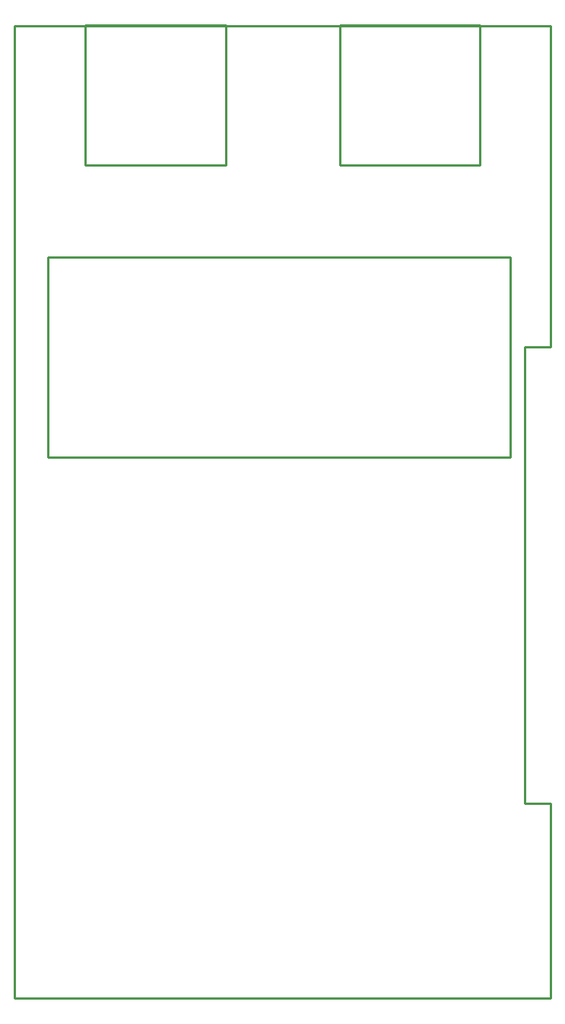
<source format=gko>
G04 Layer: BoardOutlineLayer*
G04 EasyEDA v6.5.29, 2023-07-16 15:11:24*
G04 08c5cc99871a4756a8ffc771c65a72c4,5a6b42c53f6a479593ecc07194224c93,10*
G04 Gerber Generator version 0.2*
G04 Scale: 100 percent, Rotated: No, Reflected: No *
G04 Dimensions in millimeters *
G04 leading zeros omitted , absolute positions ,4 integer and 5 decimal *
%FSLAX45Y45*%
%MOMM*%

%ADD10C,0.2540*%
D10*
X127000Y11633200D02*
G01*
X6096000Y11633200D01*
X6095987Y8064484D01*
X5803887Y8064484D01*
X5803900Y2984500D01*
X6095987Y2984494D01*
X6095987Y812797D01*
X127000Y812800D01*
X127000Y11633200D01*
X498904Y9060705D02*
G01*
X498904Y6838205D01*
X498904Y6838205D02*
G01*
X5642404Y6838205D01*
X5642404Y6838205D02*
G01*
X5642404Y9060705D01*
X5642404Y9060705D02*
G01*
X498904Y9060705D01*
X914397Y11645877D02*
G01*
X914397Y10083777D01*
X914397Y10083777D02*
G01*
X2476497Y10083777D01*
X2476497Y10083777D02*
G01*
X2476497Y11645877D01*
X2476497Y11645877D02*
G01*
X914397Y11645877D01*
X3746492Y11645877D02*
G01*
X3746492Y10083777D01*
X3746492Y10083777D02*
G01*
X5308592Y10083777D01*
X5308592Y10083777D02*
G01*
X5308592Y11645877D01*
X5308592Y11645877D02*
G01*
X3746492Y11645877D01*

%LPD*%
M02*

</source>
